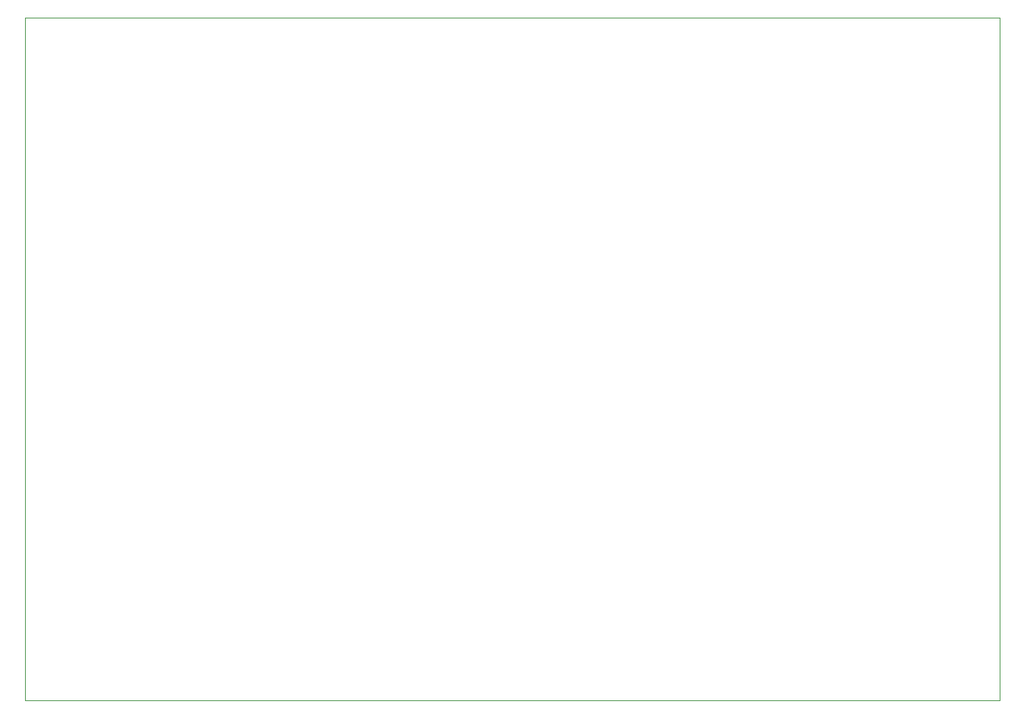
<source format=gm1>
G04 #@! TF.GenerationSoftware,KiCad,Pcbnew,(5.1.5)-3*
G04 #@! TF.CreationDate,2022-10-29T16:27:40-04:00*
G04 #@! TF.ProjectId,Tayloe-Mixer-v3,5461796c-6f65-42d4-9d69-7865722d7633,rev?*
G04 #@! TF.SameCoordinates,Original*
G04 #@! TF.FileFunction,Profile,NP*
%FSLAX46Y46*%
G04 Gerber Fmt 4.6, Leading zero omitted, Abs format (unit mm)*
G04 Created by KiCad (PCBNEW (5.1.5)-3) date 2022-10-29 16:27:40*
%MOMM*%
%LPD*%
G04 APERTURE LIST*
%ADD10C,0.100000*%
G04 APERTURE END LIST*
D10*
X156500000Y-25000000D02*
X156500000Y-103500000D01*
X44500000Y-25000000D02*
X156500000Y-25000000D01*
X44500000Y-103500000D02*
X44500000Y-25000000D01*
X156500000Y-103500000D02*
X44500000Y-103500000D01*
M02*

</source>
